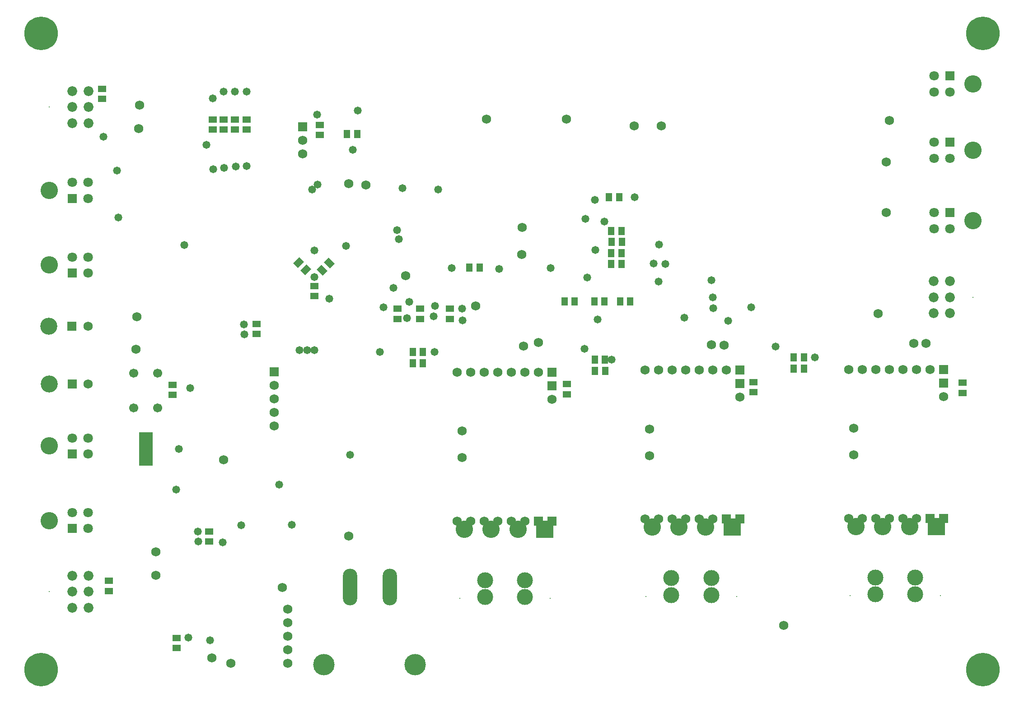
<source format=gbr>
%TF.GenerationSoftware,Altium Limited,Altium Designer,20.1.14 (287)*%
G04 Layer_Color=16711935*
%FSLAX25Y25*%
%MOIN*%
%TF.SameCoordinates,420D9B4C-C7A0-47ED-81AF-82C992674030*%
%TF.FilePolarity,Negative*%
%TF.FileFunction,Soldermask,Bot*%
%TF.Part,Single*%
G01*
G75*
%TA.AperFunction,NonConductor*%
%ADD64R,0.10000X0.25000*%
%TA.AperFunction,SMDPad,CuDef*%
%ADD65R,0.06312X0.04934*%
%ADD66R,0.04934X0.06312*%
G04:AMPARAMS|DCode=67|XSize=63.12mil|YSize=49.34mil|CornerRadius=0mil|HoleSize=0mil|Usage=FLASHONLY|Rotation=45.000|XOffset=0mil|YOffset=0mil|HoleType=Round|Shape=Rectangle|*
%AMROTATEDRECTD67*
4,1,4,-0.00487,-0.03976,-0.03976,-0.00487,0.00487,0.03976,0.03976,0.00487,-0.00487,-0.03976,0.0*
%
%ADD67ROTATEDRECTD67*%

G04:AMPARAMS|DCode=68|XSize=63.12mil|YSize=49.34mil|CornerRadius=0mil|HoleSize=0mil|Usage=FLASHONLY|Rotation=315.000|XOffset=0mil|YOffset=0mil|HoleType=Round|Shape=Rectangle|*
%AMROTATEDRECTD68*
4,1,4,-0.03976,0.00487,-0.00487,0.03976,0.03976,-0.00487,0.00487,-0.03976,-0.03976,0.00487,0.0*
%
%ADD68ROTATEDRECTD68*%

%TA.AperFunction,ComponentPad*%
%ADD69C,0.12808*%
%ADD70C,0.07119*%
%ADD71R,0.07119X0.07119*%
%ADD72C,0.05800*%
%ADD73C,0.06800*%
%ADD74R,0.12800X0.12800*%
%ADD75C,0.12800*%
%ADD76R,0.06800X0.06800*%
%ADD77O,0.10700X0.27100*%
%ADD78C,0.15800*%
%ADD79C,0.11784*%
%ADD80C,0.00800*%
%ADD81C,0.07217*%
%ADD82C,0.06698*%
%ADD83R,0.06824X0.06824*%
%ADD84C,0.06824*%
%ADD85C,0.12611*%
%ADD86C,0.04600*%
%ADD87R,0.04600X0.04600*%
%ADD88C,0.06902*%
%ADD89R,0.06902X0.06902*%
%TA.AperFunction,ViaPad*%
%ADD90C,0.05800*%
%ADD91C,0.24800*%
D64*
X92322Y178028D02*
D03*
D65*
X403000Y218260D02*
D03*
Y225740D02*
D03*
X65000Y80480D02*
D03*
Y73000D02*
D03*
X540500Y219760D02*
D03*
Y227240D02*
D03*
X316500Y281500D02*
D03*
Y274020D02*
D03*
X294500D02*
D03*
Y281500D02*
D03*
X220500Y409760D02*
D03*
Y417240D02*
D03*
X278000Y274020D02*
D03*
Y281500D02*
D03*
X695000Y226740D02*
D03*
Y219260D02*
D03*
X158000Y421240D02*
D03*
Y413760D02*
D03*
X166500Y421240D02*
D03*
Y413760D02*
D03*
X149500Y421240D02*
D03*
Y413760D02*
D03*
X141500Y421240D02*
D03*
Y413760D02*
D03*
X216500Y290760D02*
D03*
Y298240D02*
D03*
X60000Y436520D02*
D03*
Y444000D02*
D03*
X174000Y270240D02*
D03*
Y262760D02*
D03*
X115000Y30760D02*
D03*
Y38240D02*
D03*
X139000Y109520D02*
D03*
Y117000D02*
D03*
X112000Y225240D02*
D03*
Y217760D02*
D03*
D66*
X442260Y287000D02*
D03*
X449740D02*
D03*
X423260D02*
D03*
X430740D02*
D03*
X401260D02*
D03*
X408740D02*
D03*
X248240Y410500D02*
D03*
X240760D02*
D03*
X570291Y237366D02*
D03*
X577772D02*
D03*
X577772Y245634D02*
D03*
X570291D02*
D03*
X430980Y244000D02*
D03*
X423500D02*
D03*
X423760Y235500D02*
D03*
X431240D02*
D03*
X296683Y249683D02*
D03*
X289203D02*
D03*
X289183Y241183D02*
D03*
X296663D02*
D03*
X443240Y322500D02*
D03*
X435760D02*
D03*
X443240Y314500D02*
D03*
X435760D02*
D03*
X435760Y339000D02*
D03*
X443240D02*
D03*
X443480Y331000D02*
D03*
X436000D02*
D03*
X434020Y364000D02*
D03*
X441500D02*
D03*
X338480Y312000D02*
D03*
X331000D02*
D03*
D67*
X204855Y315645D02*
D03*
X210145Y310355D02*
D03*
D68*
X227645Y315145D02*
D03*
X222355Y309855D02*
D03*
D69*
X20856Y313819D02*
D03*
Y368895D02*
D03*
Y180093D02*
D03*
Y125017D02*
D03*
X702644Y447500D02*
D03*
Y398594D02*
D03*
Y346500D02*
D03*
D70*
X49675Y319724D02*
D03*
Y307913D02*
D03*
X37864Y319724D02*
D03*
Y374800D02*
D03*
X49675Y362989D02*
D03*
Y374800D02*
D03*
Y185998D02*
D03*
Y174187D02*
D03*
X37864Y185998D02*
D03*
X49675Y130923D02*
D03*
Y119112D02*
D03*
X37864Y130923D02*
D03*
X685636Y441595D02*
D03*
X673825Y453406D02*
D03*
Y441595D02*
D03*
X685636Y392689D02*
D03*
X673825Y404500D02*
D03*
Y392689D02*
D03*
X685636Y340595D02*
D03*
X673825Y352406D02*
D03*
Y340595D02*
D03*
D71*
X37864Y307913D02*
D03*
Y362989D02*
D03*
Y174187D02*
D03*
Y119112D02*
D03*
X685636Y453406D02*
D03*
Y404500D02*
D03*
Y352406D02*
D03*
D72*
X200000Y122000D02*
D03*
X162500Y121500D02*
D03*
D73*
X325500Y171500D02*
D03*
Y191200D02*
D03*
X392000Y214700D02*
D03*
X382000Y234700D02*
D03*
X372000D02*
D03*
X362000D02*
D03*
X352000D02*
D03*
X342000D02*
D03*
X332000D02*
D03*
X322000D02*
D03*
Y124700D02*
D03*
X332000D02*
D03*
X342000D02*
D03*
X352000D02*
D03*
X362000D02*
D03*
X372000D02*
D03*
X149500Y170000D02*
D03*
X452500Y416500D02*
D03*
X242000Y113500D02*
D03*
X472500Y416500D02*
D03*
X563000Y47500D02*
D03*
X85500Y275500D02*
D03*
X614500Y173500D02*
D03*
Y193200D02*
D03*
X681000Y216700D02*
D03*
X671000Y236700D02*
D03*
X661000D02*
D03*
X651000D02*
D03*
X641000D02*
D03*
X631000D02*
D03*
X621000D02*
D03*
X611000D02*
D03*
Y126700D02*
D03*
X621000D02*
D03*
X631000D02*
D03*
X641000D02*
D03*
X651000D02*
D03*
X661000D02*
D03*
X254500Y373000D02*
D03*
X242000Y374000D02*
D03*
X659000Y256000D02*
D03*
X509500Y255000D02*
D03*
X382000Y256500D02*
D03*
X371000Y254000D02*
D03*
X668000Y256000D02*
D03*
X638500Y352500D02*
D03*
Y390000D02*
D03*
X641000Y420500D02*
D03*
X87000Y414500D02*
D03*
X87500Y432000D02*
D03*
X99500Y84500D02*
D03*
Y102000D02*
D03*
X85000Y251500D02*
D03*
X284000Y306000D02*
D03*
X369500Y321500D02*
D03*
X370000Y341500D02*
D03*
X335500Y283500D02*
D03*
X632500Y278000D02*
D03*
X343472Y421500D02*
D03*
X402528D02*
D03*
X519000Y254500D02*
D03*
X510500Y126200D02*
D03*
X500500D02*
D03*
X490500D02*
D03*
X480500D02*
D03*
X470500D02*
D03*
X460500D02*
D03*
Y236200D02*
D03*
X470500D02*
D03*
X480500D02*
D03*
X490500D02*
D03*
X500500D02*
D03*
X510500D02*
D03*
X520500D02*
D03*
X530500Y216200D02*
D03*
X464000Y192700D02*
D03*
Y173000D02*
D03*
X197000Y59500D02*
D03*
Y49500D02*
D03*
Y39500D02*
D03*
Y29500D02*
D03*
Y19500D02*
D03*
X155000D02*
D03*
X193000Y75500D02*
D03*
X141000Y23500D02*
D03*
D74*
X386500Y118700D02*
D03*
X675500Y120700D02*
D03*
X525000Y120200D02*
D03*
D75*
X366800Y118700D02*
D03*
X347100D02*
D03*
X327400D02*
D03*
X655800Y120700D02*
D03*
X636100D02*
D03*
X616400D02*
D03*
X465900Y120200D02*
D03*
X485600D02*
D03*
X505300D02*
D03*
D76*
X392000Y224700D02*
D03*
Y234700D02*
D03*
X382000Y124700D02*
D03*
X392000D02*
D03*
X681000Y226700D02*
D03*
Y236700D02*
D03*
X671000Y126700D02*
D03*
X681000D02*
D03*
X530500Y126200D02*
D03*
X520500D02*
D03*
X530500Y236200D02*
D03*
Y226200D02*
D03*
D77*
X272400Y76000D02*
D03*
X243000D02*
D03*
D78*
X291000Y18500D02*
D03*
X223500D02*
D03*
D79*
X372000Y68500D02*
D03*
Y81020D02*
D03*
X342512Y68500D02*
D03*
Y81020D02*
D03*
X480000Y82520D02*
D03*
Y70000D02*
D03*
X509488Y82520D02*
D03*
Y70000D02*
D03*
X660000Y70500D02*
D03*
Y83020D02*
D03*
X630512Y70500D02*
D03*
Y83020D02*
D03*
D80*
X323811Y67516D02*
D03*
X390701D02*
D03*
X528189Y69016D02*
D03*
X461299D02*
D03*
X611811Y69516D02*
D03*
X678701D02*
D03*
X702500Y290000D02*
D03*
X21000Y430500D02*
D03*
Y72500D02*
D03*
D81*
X685492Y278189D02*
D03*
Y290000D02*
D03*
Y301811D02*
D03*
X673681D02*
D03*
Y290000D02*
D03*
Y278189D02*
D03*
X38008Y442311D02*
D03*
Y430500D02*
D03*
Y418689D02*
D03*
X49819D02*
D03*
Y430500D02*
D03*
Y442311D02*
D03*
X38008Y84311D02*
D03*
Y72500D02*
D03*
Y60689D02*
D03*
X49819D02*
D03*
Y72500D02*
D03*
Y84311D02*
D03*
D82*
X83142Y233795D02*
D03*
Y208205D02*
D03*
X100858D02*
D03*
Y233795D02*
D03*
D83*
X37689Y268500D02*
D03*
X37864Y226057D02*
D03*
D84*
X49500Y268500D02*
D03*
X49675Y226057D02*
D03*
D85*
X20681Y268500D02*
D03*
X20856Y226057D02*
D03*
D86*
X89823Y188028D02*
D03*
X94823D02*
D03*
X89823Y183028D02*
D03*
X94823D02*
D03*
X89823Y178028D02*
D03*
X94823D02*
D03*
X89823Y173028D02*
D03*
X94823D02*
D03*
X89823Y168028D02*
D03*
D87*
X94823D02*
D03*
D88*
X187000Y195000D02*
D03*
Y205000D02*
D03*
Y215000D02*
D03*
Y225000D02*
D03*
X208000Y406000D02*
D03*
Y396000D02*
D03*
D89*
X187000Y235000D02*
D03*
X208000Y416000D02*
D03*
D90*
X475500Y314500D02*
D03*
X305500Y283500D02*
D03*
X539000Y282500D02*
D03*
X470500Y301500D02*
D03*
X511000Y282000D02*
D03*
X510500Y290000D02*
D03*
X265000Y249500D02*
D03*
X139500Y36500D02*
D03*
X190500Y151500D02*
D03*
X416514Y348000D02*
D03*
X430500Y346000D02*
D03*
X557000Y253500D02*
D03*
X227500Y289000D02*
D03*
X216500Y324500D02*
D03*
X61000Y408500D02*
D03*
X71000Y383500D02*
D03*
X72000Y349000D02*
D03*
X120514Y328486D02*
D03*
X114500Y148000D02*
D03*
X275000Y297000D02*
D03*
X125000Y223000D02*
D03*
X326000Y273000D02*
D03*
X267500Y282500D02*
D03*
X325500Y281500D02*
D03*
X285000Y274500D02*
D03*
X304500Y276000D02*
D03*
X286500Y286500D02*
D03*
X218889Y373389D02*
D03*
X215000Y369500D02*
D03*
X425500Y273500D02*
D03*
X418000Y304500D02*
D03*
X308000Y369500D02*
D03*
X279000Y333000D02*
D03*
X277465Y339535D02*
D03*
X281500Y370500D02*
D03*
X240000Y328000D02*
D03*
X248500Y428000D02*
D03*
X245000Y399000D02*
D03*
X218500Y425000D02*
D03*
X142000Y384500D02*
D03*
X150000Y385500D02*
D03*
X158500Y386500D02*
D03*
X166500Y387000D02*
D03*
X391000Y311500D02*
D03*
X424000Y325000D02*
D03*
X467000Y315000D02*
D03*
X471000Y329000D02*
D03*
X423500Y362000D02*
D03*
X453000Y364000D02*
D03*
X216626Y251000D02*
D03*
X211126D02*
D03*
X205626D02*
D03*
X353000Y311000D02*
D03*
X318055Y311555D02*
D03*
X137000Y402500D02*
D03*
X166500Y442000D02*
D03*
X158000D02*
D03*
X149500Y442000D02*
D03*
X141500Y437000D02*
D03*
X116436Y178028D02*
D03*
X216500Y305000D02*
D03*
X131020Y109520D02*
D03*
X148866Y108866D02*
D03*
X130500Y117000D02*
D03*
X123634Y38634D02*
D03*
X243000Y173500D02*
D03*
X522000Y272400D02*
D03*
X489500Y275000D02*
D03*
X509500Y302500D02*
D03*
X585866Y245634D02*
D03*
X436000Y244000D02*
D03*
X416000Y252000D02*
D03*
X305183Y249683D02*
D03*
X165000Y262500D02*
D03*
X164500Y270000D02*
D03*
D91*
X710000Y485000D02*
D03*
X15000D02*
D03*
X710000Y15000D02*
D03*
X15000D02*
D03*
%TF.MD5,9da84e99b08b2e0d30b7871375757acd*%
M02*

</source>
